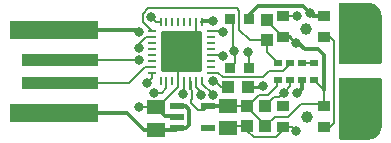
<source format=gbr>
G04 EAGLE Gerber RS-274X export*
G75*
%MOMM*%
%FSLAX34Y34*%
%LPD*%
%INTop Copper*%
%IPPOS*%
%AMOC8*
5,1,8,0,0,1.08239X$1,22.5*%
G01*
%ADD10R,7.500000X1.500000*%
%ADD11R,6.500000X1.000000*%
%ADD12C,1.000000*%
%ADD13R,1.500000X1.240000*%
%ADD14R,0.900000X0.900000*%
%ADD15C,0.350000*%
%ADD16R,0.800000X0.250000*%
%ADD17R,0.250000X0.800000*%
%ADD18R,1.000000X1.075000*%
%ADD19R,1.200000X0.550000*%
%ADD20R,1.075000X1.000000*%
%ADD21R,1.000000X0.850000*%
%ADD22R,0.720000X0.600000*%
%ADD23C,0.203200*%
%ADD24C,0.304800*%
%ADD25C,0.800100*%
%ADD26C,0.254000*%

G36*
X264755Y-57784D02*
X264755Y-57784D01*
X264775Y-57782D01*
X264879Y-57778D01*
X266770Y-57592D01*
X266873Y-57568D01*
X266979Y-57554D01*
X267059Y-57526D01*
X267080Y-57521D01*
X267094Y-57514D01*
X267131Y-57501D01*
X270624Y-56055D01*
X270632Y-56050D01*
X270641Y-56047D01*
X270770Y-55971D01*
X270900Y-55897D01*
X270907Y-55891D01*
X270915Y-55886D01*
X271036Y-55779D01*
X273709Y-53106D01*
X273715Y-53099D01*
X273722Y-53093D01*
X273812Y-52974D01*
X273904Y-52855D01*
X273908Y-52846D01*
X273914Y-52839D01*
X273985Y-52694D01*
X275431Y-49201D01*
X275460Y-49099D01*
X275496Y-48999D01*
X275510Y-48915D01*
X275515Y-48894D01*
X275516Y-48879D01*
X275522Y-48840D01*
X275708Y-46949D01*
X275708Y-46930D01*
X275714Y-46825D01*
X275714Y-6985D01*
X275699Y-6867D01*
X275692Y-6748D01*
X275679Y-6710D01*
X275674Y-6669D01*
X275631Y-6559D01*
X275594Y-6446D01*
X275572Y-6411D01*
X275557Y-6374D01*
X275488Y-6278D01*
X275424Y-6177D01*
X275394Y-6149D01*
X275371Y-6116D01*
X275279Y-6041D01*
X275192Y-5959D01*
X275157Y-5939D01*
X275126Y-5914D01*
X275018Y-5863D01*
X274914Y-5805D01*
X274874Y-5795D01*
X274838Y-5778D01*
X274721Y-5756D01*
X274606Y-5726D01*
X274546Y-5722D01*
X274526Y-5718D01*
X274505Y-5720D01*
X274445Y-5716D01*
X240665Y-5716D01*
X240547Y-5731D01*
X240428Y-5738D01*
X240390Y-5751D01*
X240349Y-5756D01*
X240239Y-5799D01*
X240126Y-5836D01*
X240091Y-5858D01*
X240054Y-5873D01*
X239958Y-5943D01*
X239857Y-6006D01*
X239829Y-6036D01*
X239796Y-6059D01*
X239721Y-6151D01*
X239639Y-6238D01*
X239619Y-6273D01*
X239594Y-6304D01*
X239543Y-6412D01*
X239485Y-6516D01*
X239475Y-6556D01*
X239458Y-6592D01*
X239436Y-6709D01*
X239406Y-6824D01*
X239402Y-6885D01*
X239398Y-6905D01*
X239400Y-6925D01*
X239399Y-6928D01*
X239398Y-6934D01*
X239399Y-6939D01*
X239396Y-6985D01*
X239396Y-56515D01*
X239411Y-56633D01*
X239418Y-56752D01*
X239431Y-56790D01*
X239436Y-56831D01*
X239479Y-56941D01*
X239516Y-57054D01*
X239538Y-57089D01*
X239553Y-57126D01*
X239623Y-57222D01*
X239686Y-57323D01*
X239716Y-57351D01*
X239739Y-57384D01*
X239831Y-57460D01*
X239918Y-57541D01*
X239953Y-57561D01*
X239984Y-57586D01*
X240092Y-57637D01*
X240196Y-57695D01*
X240236Y-57705D01*
X240272Y-57722D01*
X240389Y-57744D01*
X240504Y-57774D01*
X240565Y-57778D01*
X240585Y-57782D01*
X240605Y-57780D01*
X240665Y-57784D01*
X264755Y-57784D01*
X264755Y-57784D01*
G37*
G36*
X274563Y6366D02*
X274563Y6366D01*
X274682Y6373D01*
X274720Y6386D01*
X274761Y6391D01*
X274871Y6434D01*
X274984Y6471D01*
X275019Y6493D01*
X275056Y6508D01*
X275152Y6578D01*
X275253Y6641D01*
X275281Y6671D01*
X275314Y6694D01*
X275390Y6786D01*
X275471Y6873D01*
X275491Y6908D01*
X275516Y6939D01*
X275567Y7047D01*
X275625Y7151D01*
X275635Y7191D01*
X275652Y7227D01*
X275674Y7344D01*
X275704Y7459D01*
X275708Y7520D01*
X275712Y7540D01*
X275710Y7560D01*
X275714Y7620D01*
X275714Y46824D01*
X275712Y46844D01*
X275708Y46949D01*
X275522Y48839D01*
X275498Y48943D01*
X275483Y49048D01*
X275456Y49128D01*
X275451Y49149D01*
X275444Y49163D01*
X275431Y49200D01*
X273984Y52694D01*
X273980Y52702D01*
X273977Y52711D01*
X273901Y52840D01*
X273827Y52970D01*
X273820Y52977D01*
X273816Y52985D01*
X273709Y53106D01*
X271036Y55779D01*
X271028Y55785D01*
X271022Y55792D01*
X270903Y55882D01*
X270784Y55974D01*
X270776Y55978D01*
X270768Y55984D01*
X270624Y56054D01*
X267130Y57501D01*
X267028Y57529D01*
X266928Y57566D01*
X266845Y57580D01*
X266824Y57585D01*
X266808Y57586D01*
X266769Y57592D01*
X264879Y57778D01*
X264859Y57778D01*
X264754Y57784D01*
X240665Y57784D01*
X240547Y57769D01*
X240428Y57762D01*
X240390Y57749D01*
X240349Y57744D01*
X240239Y57701D01*
X240126Y57664D01*
X240091Y57642D01*
X240054Y57627D01*
X239958Y57558D01*
X239857Y57494D01*
X239829Y57464D01*
X239796Y57441D01*
X239721Y57349D01*
X239639Y57262D01*
X239619Y57227D01*
X239594Y57196D01*
X239543Y57088D01*
X239485Y56984D01*
X239475Y56944D01*
X239458Y56908D01*
X239436Y56791D01*
X239406Y56676D01*
X239402Y56616D01*
X239398Y56596D01*
X239400Y56575D01*
X239396Y56515D01*
X239396Y7620D01*
X239411Y7502D01*
X239418Y7383D01*
X239431Y7345D01*
X239436Y7304D01*
X239479Y7194D01*
X239516Y7081D01*
X239538Y7046D01*
X239553Y7009D01*
X239623Y6913D01*
X239686Y6812D01*
X239716Y6784D01*
X239739Y6751D01*
X239831Y6676D01*
X239918Y6594D01*
X239953Y6574D01*
X239984Y6549D01*
X240092Y6498D01*
X240196Y6440D01*
X240236Y6430D01*
X240272Y6413D01*
X240389Y6391D01*
X240504Y6361D01*
X240565Y6357D01*
X240585Y6353D01*
X240605Y6355D01*
X240665Y6351D01*
X274445Y6351D01*
X274563Y6366D01*
G37*
D10*
X-2000Y-35000D03*
D11*
X3000Y-10000D03*
X3000Y10000D03*
D10*
X-2000Y35000D03*
D12*
X212090Y35560D03*
X212217Y-38735D03*
D13*
X145415Y-29235D03*
X145415Y-48235D03*
X85090Y-49505D03*
X85090Y-30505D03*
D14*
X147575Y43995D03*
X163575Y43995D03*
X163575Y2995D03*
X147575Y2995D03*
D15*
X121795Y32260D02*
X90295Y32260D01*
X121795Y32260D02*
X121795Y760D01*
X90295Y760D01*
X90295Y32260D01*
X90295Y4085D02*
X121795Y4085D01*
X121795Y7410D02*
X90295Y7410D01*
X90295Y10735D02*
X121795Y10735D01*
X121795Y14060D02*
X90295Y14060D01*
X90295Y17385D02*
X121795Y17385D01*
X121795Y20710D02*
X90295Y20710D01*
X90295Y24035D02*
X121795Y24035D01*
X121795Y27360D02*
X90295Y27360D01*
X90295Y30685D02*
X121795Y30685D01*
D16*
X131045Y-990D03*
X131045Y4010D03*
X131045Y9010D03*
X131045Y14010D03*
X131045Y19010D03*
X131045Y24010D03*
X131045Y29010D03*
X131045Y34010D03*
D17*
X123545Y41510D03*
X118545Y41510D03*
X113545Y41510D03*
X108545Y41510D03*
X103545Y41510D03*
X98545Y41510D03*
X93545Y41510D03*
X88545Y41510D03*
D16*
X81045Y34010D03*
X81045Y29010D03*
X81045Y24010D03*
X81045Y19010D03*
X81045Y14010D03*
X81045Y9010D03*
X81045Y4010D03*
X81045Y-990D03*
D17*
X88545Y-8490D03*
X93545Y-8490D03*
X98545Y-8490D03*
X103545Y-8490D03*
X108545Y-8490D03*
X113545Y-8490D03*
X118545Y-8490D03*
X123545Y-8490D03*
D18*
X161925Y-28965D03*
X161925Y-45965D03*
D19*
X102569Y-29235D03*
X102569Y-38735D03*
X102569Y-48235D03*
X128571Y-48235D03*
X128571Y-29235D03*
D20*
X145805Y-13335D03*
X162805Y-13335D03*
D21*
X227050Y-46850D03*
X192050Y-46850D03*
X227050Y-29350D03*
X192050Y-29350D03*
X192050Y46850D03*
X227050Y46850D03*
X192050Y29350D03*
X227050Y29350D03*
D22*
X188150Y7000D03*
X198150Y7000D03*
X208150Y7000D03*
X218150Y7000D03*
X218150Y-7000D03*
X208150Y-7000D03*
X198150Y-7000D03*
X188150Y-7000D03*
D18*
X177165Y-29600D03*
X177165Y-46600D03*
X179070Y26425D03*
X179070Y43425D03*
D23*
X118545Y41510D02*
X118545Y29010D01*
X106045Y16510D01*
X103545Y14645D02*
X103545Y-8490D01*
X103545Y14645D02*
X105410Y16510D01*
D24*
X88253Y-33668D02*
X92050Y-37465D01*
X101299Y-37465D02*
X102569Y-38735D01*
X101299Y-37465D02*
X92050Y-37465D01*
D23*
X162940Y16510D02*
X163575Y15875D01*
X163575Y2995D01*
X161925Y-45965D02*
X147685Y-45965D01*
X145415Y-48235D01*
X192050Y-48260D02*
X192050Y-49885D01*
X186055Y-55880D01*
X167640Y-55880D01*
X161925Y-50165D02*
X161925Y-45965D01*
X161925Y-50165D02*
X167640Y-55880D01*
X103545Y-13295D02*
X103545Y-8490D01*
D25*
X162940Y16510D03*
D23*
X103545Y-13295D02*
X88900Y-27940D01*
D24*
X208150Y-14605D02*
X208150Y-7000D01*
X208150Y-14605D02*
X204340Y-18415D01*
X217310Y46850D02*
X227050Y46850D01*
X217310Y46850D02*
X213360Y50800D01*
X208915Y55245D01*
X170815Y55245D01*
X163575Y48005D02*
X163575Y43995D01*
X163575Y48005D02*
X170815Y55245D01*
D25*
X105410Y16510D03*
D24*
X70485Y33673D02*
X69158Y35000D01*
X-2000Y35000D01*
D25*
X70485Y33673D03*
D26*
X174625Y-13335D02*
X175260Y-12700D01*
X174625Y-13335D02*
X162805Y-13335D01*
D25*
X175260Y-12700D03*
X204340Y-18415D03*
X215057Y49322D03*
D23*
X199885Y-46850D02*
X193040Y-46850D01*
X199885Y-46850D02*
X202247Y-49213D01*
D25*
X203200Y-50165D03*
X70612Y-30353D03*
D23*
X70764Y-30505D01*
X81280Y-30505D01*
D26*
X203200Y-50165D02*
X203200Y-50165D01*
X202247Y-49213D01*
X192050Y-48260D02*
X192050Y-46850D01*
X193040Y-46850D01*
X215900Y48479D02*
X215057Y49322D01*
X215900Y48479D02*
X215900Y48260D01*
X215057Y49322D02*
X214838Y49322D01*
X213360Y50800D01*
X106045Y16510D02*
X105410Y16510D01*
X106045Y16510D02*
X106045Y16510D01*
X105410Y16510D01*
X85090Y-30505D02*
X81280Y-30505D01*
X85090Y-30505D02*
X86335Y-30505D01*
X88900Y-27940D01*
X85090Y-30505D02*
X88253Y-33668D01*
D23*
X81045Y4010D02*
X75765Y4010D01*
X3160Y-10160D02*
X3000Y-10000D01*
X61595Y-10160D02*
X75765Y4010D01*
X61595Y-10160D02*
X3160Y-10160D01*
X81045Y-5315D02*
X81045Y-990D01*
X81045Y-5315D02*
X76835Y-9525D01*
D25*
X76835Y-9525D03*
X70481Y9525D03*
D23*
X68580Y9525D02*
X10795Y9525D01*
X10160Y10160D01*
X3160Y10160D01*
X3000Y10000D01*
D26*
X68580Y9525D02*
X70481Y9525D01*
D24*
X85090Y-49505D02*
X101299Y-49505D01*
X104140Y-48235D02*
X110515Y-48235D01*
X113030Y-45720D01*
X113030Y-32385D01*
X109880Y-29235D02*
X102569Y-29235D01*
X109880Y-29235D02*
X113030Y-32385D01*
X60400Y-35000D02*
X-2000Y-35000D01*
X74905Y-49505D02*
X85090Y-49505D01*
X74905Y-49505D02*
X60400Y-35000D01*
D26*
X101299Y-49505D02*
X102569Y-48235D01*
X104140Y-48235D01*
D25*
X83185Y-18016D03*
D23*
X93545Y-14006D02*
X93545Y-8490D01*
X93545Y-14006D02*
X89535Y-18016D01*
X83185Y-18016D01*
D25*
X151130Y17145D03*
D23*
X151765Y16510D01*
X151765Y7185D01*
X147575Y2995D01*
X150115Y41455D02*
X147575Y43995D01*
X150115Y41455D02*
X150115Y17145D01*
X151130Y17145D01*
X179070Y42330D02*
X179070Y43425D01*
X179070Y42330D02*
X192050Y29350D01*
X188150Y-6315D02*
X188150Y-7000D01*
X187360Y-5680D02*
X187360Y-12665D01*
X179740Y-20285D01*
X186725Y-6315D02*
X187360Y-5680D01*
X218150Y-7000D02*
X227050Y-15900D01*
X227050Y-29350D01*
X179740Y-20285D02*
X171485Y-20285D01*
X186725Y-6315D02*
X188150Y-6315D01*
X162805Y-28965D02*
X161925Y-28965D01*
X162805Y-28965D02*
X171485Y-20285D01*
X161655Y-29235D02*
X145415Y-29235D01*
X161655Y-29235D02*
X161925Y-28965D01*
X177165Y-45250D02*
X177165Y-46600D01*
X177165Y-45250D02*
X161925Y-30010D01*
X161925Y-28965D01*
D24*
X145415Y-29235D02*
X128571Y-29235D01*
D26*
X113545Y-14209D02*
X113545Y-8490D01*
D23*
X113545Y-14209D02*
X113545Y-14568D01*
X115009Y-16032D01*
X115009Y-23141D01*
X114300Y-23850D01*
X114300Y-26670D01*
X120015Y-32385D01*
X125421Y-32385D02*
X128571Y-29235D01*
X125421Y-32385D02*
X120015Y-32385D01*
D24*
X192050Y29350D02*
X192615Y28785D01*
X206160Y23495D02*
X210605Y19050D01*
X206160Y23495D02*
X203835Y23495D01*
X203200Y24130D01*
X210605Y19050D02*
X221615Y19050D01*
X227050Y13615D01*
X227050Y-15900D01*
X124580Y42545D02*
X123545Y41510D01*
X124580Y42545D02*
X132715Y42545D01*
D25*
X132715Y42545D03*
X203200Y24130D03*
D24*
X197910Y28785D02*
X192615Y28785D01*
D26*
X202565Y24130D02*
X203200Y24130D01*
X202565Y24130D02*
X197910Y28785D01*
D23*
X185030Y-38735D02*
X177165Y-46600D01*
X225145Y-27445D02*
X227050Y-29350D01*
X225145Y-27445D02*
X207505Y-27445D01*
X196215Y-38735D02*
X185030Y-38735D01*
X196215Y-38735D02*
X207505Y-27445D01*
X118545Y-13135D02*
X118545Y-8490D01*
X122555Y-17145D02*
X122555Y-20320D01*
X122555Y-17145D02*
X118545Y-13135D01*
D25*
X122555Y-20320D03*
D23*
X132715Y-19685D02*
X132715Y-19565D01*
X123545Y-10395D01*
X123545Y-8490D01*
D25*
X132715Y-19685D03*
D23*
X108545Y-18367D02*
X108545Y-8490D01*
X108545Y-18367D02*
X107325Y-19587D01*
D25*
X107325Y-19587D03*
X133138Y-8486D03*
D23*
X139455Y-13335D02*
X145805Y-13335D01*
X139455Y-13335D02*
X134606Y-8486D01*
X133138Y-8486D01*
X131045Y14010D02*
X140930Y14010D01*
X141605Y13335D01*
D25*
X141605Y13335D03*
X260350Y-32385D03*
D23*
X141058Y34010D02*
X131045Y34010D01*
X141058Y34010D02*
X141605Y33463D01*
D25*
X141605Y33463D03*
X259715Y33655D03*
D23*
X203695Y46850D02*
X192050Y46850D01*
X203695Y46850D02*
X203835Y46990D01*
D25*
X203835Y46990D03*
X80645Y45720D03*
D23*
X84855Y41510D02*
X88545Y41510D01*
X84855Y41510D02*
X80645Y45720D01*
X188913Y-21908D02*
X192723Y-18098D01*
X188913Y-21908D02*
X188913Y-21980D01*
X184785Y-21980D01*
X177165Y-29600D01*
X198150Y-12670D02*
X198150Y-7000D01*
X198150Y-12670D02*
X192723Y-18098D01*
X81045Y29010D02*
X75965Y29010D01*
X70485Y23530D01*
X70485Y19685D01*
D25*
X70485Y19685D03*
X192723Y-18098D03*
D23*
X179070Y16080D02*
X179070Y26425D01*
X179070Y16080D02*
X188150Y7000D01*
X153035Y53340D02*
X78105Y53340D01*
X153035Y53340D02*
X155123Y51252D01*
X164075Y26425D02*
X179070Y26425D01*
X155123Y35377D02*
X155123Y51252D01*
X155123Y35377D02*
X164075Y26425D01*
X73425Y41630D02*
X73425Y48660D01*
X73425Y41630D02*
X81045Y34010D01*
X73425Y48660D02*
X78105Y53340D01*
X131045Y-990D02*
X137515Y-990D01*
X141605Y-5080D01*
X175260Y-5080D02*
X180340Y0D01*
X198150Y6090D02*
X198150Y7000D01*
X198150Y6090D02*
X192061Y0D01*
X175260Y-5080D02*
X141605Y-5080D01*
X180340Y0D02*
X192061Y0D01*
X208150Y7000D02*
X218150Y7000D01*
X235585Y25895D02*
X232130Y29350D01*
X227050Y29350D01*
X235585Y-43395D02*
X232130Y-46850D01*
X227050Y-46850D01*
X235585Y-43395D02*
X235585Y25895D01*
M02*

</source>
